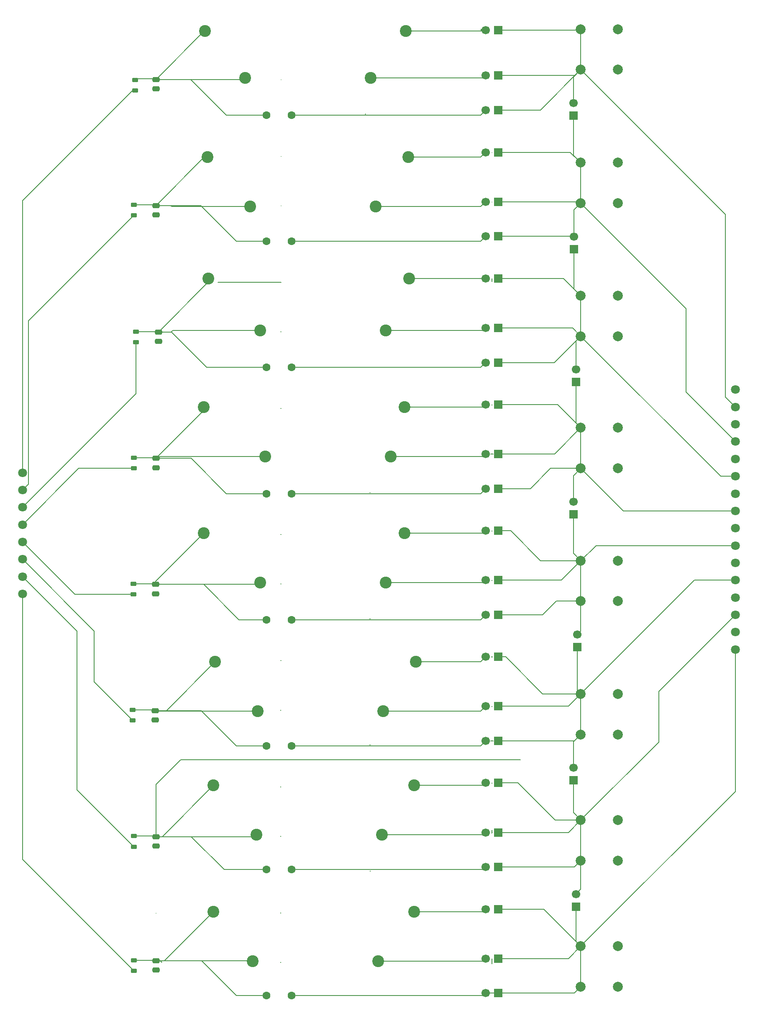
<source format=gbr>
%TF.GenerationSoftware,KiCad,Pcbnew,9.0.5*%
%TF.CreationDate,2025-11-16T19:12:02-08:00*%
%TF.ProjectId,measurementcircuit,6d656173-7572-4656-9d65-6e7463697263,rev?*%
%TF.SameCoordinates,Original*%
%TF.FileFunction,Copper,L1,Top*%
%TF.FilePolarity,Positive*%
%FSLAX46Y46*%
G04 Gerber Fmt 4.6, Leading zero omitted, Abs format (unit mm)*
G04 Created by KiCad (PCBNEW 9.0.5) date 2025-11-16 19:12:02*
%MOMM*%
%LPD*%
G01*
G04 APERTURE LIST*
G04 Aperture macros list*
%AMRoundRect*
0 Rectangle with rounded corners*
0 $1 Rounding radius*
0 $2 $3 $4 $5 $6 $7 $8 $9 X,Y pos of 4 corners*
0 Add a 4 corners polygon primitive as box body*
4,1,4,$2,$3,$4,$5,$6,$7,$8,$9,$2,$3,0*
0 Add four circle primitives for the rounded corners*
1,1,$1+$1,$2,$3*
1,1,$1+$1,$4,$5*
1,1,$1+$1,$6,$7*
1,1,$1+$1,$8,$9*
0 Add four rect primitives between the rounded corners*
20,1,$1+$1,$2,$3,$4,$5,0*
20,1,$1+$1,$4,$5,$6,$7,0*
20,1,$1+$1,$6,$7,$8,$9,0*
20,1,$1+$1,$8,$9,$2,$3,0*%
G04 Aperture macros list end*
%TA.AperFunction,SMDPad,CuDef*%
%ADD10RoundRect,0.218750X-0.381250X0.218750X-0.381250X-0.218750X0.381250X-0.218750X0.381250X0.218750X0*%
%TD*%
%TA.AperFunction,SMDPad,CuDef*%
%ADD11RoundRect,0.250000X-0.475000X0.250000X-0.475000X-0.250000X0.475000X-0.250000X0.475000X0.250000X0*%
%TD*%
%TA.AperFunction,ComponentPad*%
%ADD12C,1.700000*%
%TD*%
%TA.AperFunction,ComponentPad*%
%ADD13R,1.700000X1.700000*%
%TD*%
%TA.AperFunction,SMDPad,CuDef*%
%ADD14RoundRect,0.218750X0.381250X-0.218750X0.381250X0.218750X-0.381250X0.218750X-0.381250X-0.218750X0*%
%TD*%
%TA.AperFunction,ComponentPad*%
%ADD15C,2.400000*%
%TD*%
%TA.AperFunction,ComponentPad*%
%ADD16C,2.000000*%
%TD*%
%TA.AperFunction,ComponentPad*%
%ADD17C,1.600000*%
%TD*%
%TA.AperFunction,ComponentPad*%
%ADD18C,1.800000*%
%TD*%
%TA.AperFunction,ViaPad*%
%ADD19C,0.600000*%
%TD*%
%TA.AperFunction,Conductor*%
%ADD20C,0.200000*%
%TD*%
G04 APERTURE END LIST*
D10*
%TO.P,L1,1,1*%
%TO.N,Net-(J13-Pad1)*%
X-159000000Y54125000D03*
%TO.P,L1,2,2*%
%TO.N,Net-(C2-Pad1)*%
X-159000000Y52000000D03*
%TD*%
D11*
%TO.P,C2,1*%
%TO.N,Net-(C2-Pad1)*%
X-154789999Y54235261D03*
%TO.P,C2,2*%
%TO.N,GND*%
X-154789999Y52335261D03*
%TD*%
D12*
%TO.P,J21,2,Pin_2*%
%TO.N,Net-(J21-Pin_2)*%
X-88040000Y48000000D03*
D13*
%TO.P,J21,1,Pin_1*%
%TO.N,Net-(J1-Pin_1)*%
X-85500000Y48000000D03*
%TD*%
%TO.P,J30,1,Pin_1*%
%TO.N,Net-(J10-Pin_1)*%
X-85500000Y-28500000D03*
D12*
%TO.P,J30,2,Pin_2*%
%TO.N,Net-(J30-Pin_2)*%
X-88040000Y-28500000D03*
%TD*%
D11*
%TO.P,C3,1*%
%TO.N,Net-(C3-Pad1)*%
X-154289999Y3135261D03*
%TO.P,C3,2*%
%TO.N,GND*%
X-154289999Y1235261D03*
%TD*%
D13*
%TO.P,J22,1,Pin_1*%
%TO.N,Net-(J22-Pin_1)*%
X-85500000Y39500000D03*
D12*
%TO.P,J22,2,Pin_2*%
%TO.N,Net-(J22-Pin_2)*%
X-88040000Y39500000D03*
%TD*%
D11*
%TO.P,C5,1*%
%TO.N,Net-(C5-Pad1)*%
X-154836700Y-47860106D03*
%TO.P,C5,2*%
%TO.N,GND*%
X-154836700Y-49760106D03*
%TD*%
D13*
%TO.P,J33,1,Pin_1*%
%TO.N,Net-(J11-Pin_1)*%
X-85500000Y-54000000D03*
D12*
%TO.P,J33,2,Pin_2*%
%TO.N,Net-(J33-Pin_2)*%
X-88040000Y-54000000D03*
%TD*%
D14*
%TO.P,L8,1,1*%
%TO.N,Net-(J13-Pad8)*%
X-159266407Y-125951955D03*
%TO.P,L8,2,2*%
%TO.N,Net-(C8-Pad1)*%
X-159266407Y-123826955D03*
%TD*%
D13*
%TO.P,J16,1,Pin_1*%
%TO.N,Net-(J16-Pin_1)*%
X-69784999Y-112990000D03*
D12*
%TO.P,J16,2,Pin_2*%
%TO.N,Net-(J15-Pin_1)*%
X-69784999Y-110450000D03*
%TD*%
D14*
%TO.P,L7,1,1*%
%TO.N,Net-(J13-Pad7)*%
X-159289999Y-100877239D03*
%TO.P,L7,2,2*%
%TO.N,Net-(C7-Pad1)*%
X-159289999Y-98752239D03*
%TD*%
D15*
%TO.P,R14,1*%
%TO.N,Net-(J32-Pin_2)*%
X-108300000Y-47500000D03*
%TO.P,R14,2*%
%TO.N,Net-(C5-Pad1)*%
X-133700000Y-47500000D03*
%TD*%
D13*
%TO.P,J35,1,Pin_1*%
%TO.N,Net-(J12-Pin_1)*%
X-85500000Y-72500000D03*
D12*
%TO.P,J35,2,Pin_2*%
%TO.N,Net-(J35-Pin_2)*%
X-88040000Y-72500000D03*
%TD*%
D16*
%TO.P,J7,1,1_1*%
%TO.N,Net-(J11-Pin_1)*%
X-68789999Y-43057961D03*
%TO.P,J7,2,1_2*%
X-68789999Y-51257960D03*
%TO.P,J7,3,2_1*%
%TO.N,GND*%
X-61289999Y-43057961D03*
%TO.P,J7,4,2_2*%
X-61289999Y-51257960D03*
%TD*%
D13*
%TO.P,J42,1,Pin_1*%
%TO.N,Net-(J16-Pin_1)*%
X-85500000Y-130500000D03*
D12*
%TO.P,J42,2,Pin_2*%
%TO.N,Net-(J42-Pin_2)*%
X-88040000Y-130500000D03*
%TD*%
D13*
%TO.P,J9,1,Pin_1*%
%TO.N,Net-(J10-Pin_2)*%
X-70154999Y19907761D03*
D12*
%TO.P,J9,2,Pin_2*%
%TO.N,Net-(J22-Pin_1)*%
X-70154999Y22447761D03*
%TD*%
D15*
%TO.P,R19,1*%
%TO.N,Net-(J37-Pin_2)*%
X-102500000Y-88500000D03*
%TO.P,R19,2*%
%TO.N,Net-(C7-Pad1)*%
X-143140000Y-88500000D03*
%TD*%
D13*
%TO.P,J1,1,Pin_1*%
%TO.N,Net-(J1-Pin_1)*%
X-85500000Y64222761D03*
D12*
%TO.P,J1,2,Pin_2*%
%TO.N,Net-(J1-Pin_2)*%
X-88040000Y64222761D03*
%TD*%
D11*
%TO.P,C4,1*%
%TO.N,Net-(J10-Pin_1)*%
X-154789999Y-22364739D03*
%TO.P,C4,2*%
%TO.N,GND*%
X-154789999Y-24264739D03*
%TD*%
D15*
%TO.P,R22,1*%
%TO.N,Net-(J40-Pin_2)*%
X-102500000Y-114000000D03*
%TO.P,R22,2*%
%TO.N,Net-(C8-Pad1)*%
X-143140000Y-114000000D03*
%TD*%
D17*
%TO.P,R9,1*%
%TO.N,Net-(J27-Pin_2)*%
X-127335651Y-4000000D03*
%TO.P,R9,2*%
%TO.N,Net-(C3-Pad1)*%
X-132415651Y-4000000D03*
%TD*%
D14*
%TO.P,L5,1,1*%
%TO.N,Net-(J13-Pad5)*%
X-159336700Y-49872606D03*
%TO.P,L5,2,2*%
%TO.N,Net-(C5-Pad1)*%
X-159336700Y-47747606D03*
%TD*%
D15*
%TO.P,R1,1*%
%TO.N,Net-(J1-Pin_2)*%
X-104180000Y64000000D03*
%TO.P,R1,2*%
%TO.N,Net-(C2-Pad1)*%
X-144820000Y64000000D03*
%TD*%
D13*
%TO.P,J25,1,Pin_1*%
%TO.N,Net-(J10-Pin_2)*%
X-85500000Y14000000D03*
D12*
%TO.P,J25,2,Pin_2*%
%TO.N,Net-(J25-Pin_2)*%
X-88040000Y14000000D03*
%TD*%
D15*
%TO.P,R5,1*%
%TO.N,Net-(J23-Pin_2)*%
X-110300000Y28500000D03*
%TO.P,R5,2*%
%TO.N,Net-(J22-Pin_1)*%
X-135700000Y28500000D03*
%TD*%
D13*
%TO.P,J27,1,Pin_1*%
%TO.N,Net-(J10-Pin_2)*%
X-85500000Y-3000000D03*
D12*
%TO.P,J27,2,Pin_2*%
%TO.N,Net-(J27-Pin_2)*%
X-88040000Y-3000000D03*
%TD*%
D13*
%TO.P,J26,1,Pin_1*%
%TO.N,Net-(J10-Pin_2)*%
X-85500000Y4000000D03*
D12*
%TO.P,J26,2,Pin_2*%
%TO.N,Net-(J26-Pin_2)*%
X-88040000Y4000000D03*
%TD*%
D17*
%TO.P,R18,1*%
%TO.N,Net-(J36-Pin_2)*%
X-127335651Y-80500000D03*
%TO.P,R18,2*%
%TO.N,Net-(C6-Pad1)*%
X-132415651Y-80500000D03*
%TD*%
D11*
%TO.P,C1,1*%
%TO.N,Net-(J22-Pin_1)*%
X-154789999Y28735261D03*
%TO.P,C1,2*%
%TO.N,GND*%
X-154789999Y26835261D03*
%TD*%
D15*
%TO.P,R17,1*%
%TO.N,Net-(J35-Pin_2)*%
X-108800000Y-73500000D03*
%TO.P,R17,2*%
%TO.N,Net-(C6-Pad1)*%
X-134200000Y-73500000D03*
%TD*%
D13*
%TO.P,J28,1,Pin_1*%
%TO.N,Net-(J10-Pin_1)*%
X-85500000Y-11500000D03*
D12*
%TO.P,J28,2,Pin_2*%
%TO.N,Net-(J28-Pin_2)*%
X-88040000Y-11500000D03*
%TD*%
D16*
%TO.P,J18,1,1_1*%
%TO.N,Net-(J12-Pin_1)*%
X-68789999Y-69993882D03*
%TO.P,J18,2,1_2*%
X-68789999Y-78193881D03*
%TO.P,J18,3,2_1*%
%TO.N,GND*%
X-61289999Y-69993882D03*
%TO.P,J18,4,2_2*%
X-61289999Y-78193881D03*
%TD*%
D13*
%TO.P,J12,1,Pin_1*%
%TO.N,Net-(J12-Pin_1)*%
X-69500000Y-60540000D03*
D12*
%TO.P,J12,2,Pin_2*%
%TO.N,Net-(J11-Pin_1)*%
X-69500000Y-58000000D03*
%TD*%
D17*
%TO.P,R21,1*%
%TO.N,Net-(J39-Pin_2)*%
X-127335651Y-105500000D03*
%TO.P,R21,2*%
%TO.N,Net-(C7-Pad1)*%
X-132415651Y-105500000D03*
%TD*%
D15*
%TO.P,R2,1*%
%TO.N,Net-(J2-Pin_2)*%
X-111300000Y54500000D03*
%TO.P,R2,2*%
%TO.N,Net-(C2-Pad1)*%
X-136700000Y54500000D03*
%TD*%
D17*
%TO.P,R6,1*%
%TO.N,Net-(J24-Pin_2)*%
X-127335651Y21500000D03*
%TO.P,R6,2*%
%TO.N,Net-(J22-Pin_1)*%
X-132415651Y21500000D03*
%TD*%
D15*
%TO.P,R23,1*%
%TO.N,Net-(J41-Pin_2)*%
X-109800000Y-124000000D03*
%TO.P,R23,2*%
%TO.N,Net-(C8-Pad1)*%
X-135200000Y-124000000D03*
%TD*%
D13*
%TO.P,J15,1,Pin_1*%
%TO.N,Net-(J15-Pin_1)*%
X-70284999Y-87475921D03*
D12*
%TO.P,J15,2,Pin_2*%
%TO.N,Net-(J12-Pin_1)*%
X-70284999Y-84935921D03*
%TD*%
D13*
%TO.P,J2,1,Pin_1*%
%TO.N,Net-(J1-Pin_1)*%
X-85500000Y55000000D03*
D12*
%TO.P,J2,2,Pin_2*%
%TO.N,Net-(J2-Pin_2)*%
X-88040000Y55000000D03*
%TD*%
D13*
%TO.P,J10,1,Pin_1*%
%TO.N,Net-(J10-Pin_1)*%
X-69789999Y-6948160D03*
D12*
%TO.P,J10,2,Pin_2*%
%TO.N,Net-(J10-Pin_2)*%
X-69789999Y-4408160D03*
%TD*%
D17*
%TO.P,R24,1*%
%TO.N,Net-(J42-Pin_2)*%
X-127335651Y-131000000D03*
%TO.P,R24,2*%
%TO.N,Net-(C8-Pad1)*%
X-132415651Y-131000000D03*
%TD*%
%TO.P,R15,1*%
%TO.N,Net-(J33-Pin_2)*%
X-127335651Y-55000000D03*
%TO.P,R15,2*%
%TO.N,Net-(C5-Pad1)*%
X-132415651Y-55000000D03*
%TD*%
D13*
%TO.P,J32,1,Pin_1*%
%TO.N,Net-(J11-Pin_1)*%
X-85500000Y-47000000D03*
D12*
%TO.P,J32,2,Pin_2*%
%TO.N,Net-(J32-Pin_2)*%
X-88040000Y-47000000D03*
%TD*%
D15*
%TO.P,R10,1*%
%TO.N,Net-(J28-Pin_2)*%
X-104500000Y-12000000D03*
%TO.P,R10,2*%
%TO.N,Net-(J10-Pin_1)*%
X-145140000Y-12000000D03*
%TD*%
D13*
%TO.P,J11,1,Pin_1*%
%TO.N,Net-(J11-Pin_1)*%
X-70289999Y-33674080D03*
D12*
%TO.P,J11,2,Pin_2*%
%TO.N,Net-(J10-Pin_1)*%
X-70289999Y-31134080D03*
%TD*%
D13*
%TO.P,J8,1,Pin_1*%
%TO.N,Net-(J22-Pin_1)*%
X-70289999Y46903681D03*
D12*
%TO.P,J8,2,Pin_2*%
%TO.N,Net-(J1-Pin_1)*%
X-70289999Y49443681D03*
%TD*%
D11*
%TO.P,C6,1*%
%TO.N,Net-(C6-Pad1)*%
X-154965165Y-73359877D03*
%TO.P,C6,2*%
%TO.N,GND*%
X-154965165Y-75259877D03*
%TD*%
D13*
%TO.P,J39,1,Pin_1*%
%TO.N,Net-(J15-Pin_1)*%
X-85500000Y-105000000D03*
D12*
%TO.P,J39,2,Pin_2*%
%TO.N,Net-(J39-Pin_2)*%
X-88040000Y-105000000D03*
%TD*%
D15*
%TO.P,R7,1*%
%TO.N,Net-(J25-Pin_2)*%
X-103500000Y14000000D03*
%TO.P,R7,2*%
%TO.N,Net-(C3-Pad1)*%
X-144140000Y14000000D03*
%TD*%
D16*
%TO.P,J3,1,1_1*%
%TO.N,Net-(J1-Pin_1)*%
X-68789999Y64385720D03*
%TO.P,J3,2,1_2*%
X-68789999Y56185721D03*
%TO.P,J3,3,2_1*%
%TO.N,GND*%
X-61289999Y64385720D03*
%TO.P,J3,4,2_2*%
X-61289999Y56185721D03*
%TD*%
D14*
%TO.P,L3,1,1*%
%TO.N,Net-(J13-Pad3)*%
X-158789999Y1122761D03*
%TO.P,L3,2,2*%
%TO.N,Net-(C3-Pad1)*%
X-158789999Y3247761D03*
%TD*%
D15*
%TO.P,R20,1*%
%TO.N,Net-(J38-Pin_2)*%
X-109000000Y-98500000D03*
%TO.P,R20,2*%
%TO.N,Net-(C7-Pad1)*%
X-134400000Y-98500000D03*
%TD*%
D16*
%TO.P,J5,1,1_1*%
%TO.N,Net-(J10-Pin_2)*%
X-68789999Y10533879D03*
%TO.P,J5,2,1_2*%
X-68789999Y2333880D03*
%TO.P,J5,3,2_1*%
%TO.N,GND*%
X-61289999Y10533879D03*
%TO.P,J5,4,2_2*%
X-61289999Y2333880D03*
%TD*%
%TO.P,J6,1,1_1*%
%TO.N,Net-(J10-Pin_1)*%
X-68789999Y-16192041D03*
%TO.P,J6,2,1_2*%
X-68789999Y-24392040D03*
%TO.P,J6,3,2_1*%
%TO.N,GND*%
X-61289999Y-16192041D03*
%TO.P,J6,4,2_2*%
X-61289999Y-24392040D03*
%TD*%
D13*
%TO.P,J23,1,Pin_1*%
%TO.N,Net-(J22-Pin_1)*%
X-85500000Y29500000D03*
D12*
%TO.P,J23,2,Pin_2*%
%TO.N,Net-(J23-Pin_2)*%
X-88040000Y29500000D03*
%TD*%
D13*
%TO.P,J40,1,Pin_1*%
%TO.N,Net-(J16-Pin_1)*%
X-85500000Y-113500000D03*
D12*
%TO.P,J40,2,Pin_2*%
%TO.N,Net-(J40-Pin_2)*%
X-88040000Y-113500000D03*
%TD*%
D13*
%TO.P,J36,1,Pin_1*%
%TO.N,Net-(J12-Pin_1)*%
X-85500000Y-79500000D03*
D12*
%TO.P,J36,2,Pin_2*%
%TO.N,Net-(J36-Pin_2)*%
X-88040000Y-79500000D03*
%TD*%
D16*
%TO.P,J19,1,1_1*%
%TO.N,Net-(J15-Pin_1)*%
X-68789999Y-95507961D03*
%TO.P,J19,2,1_2*%
X-68789999Y-103707960D03*
%TO.P,J19,3,2_1*%
%TO.N,GND*%
X-61289999Y-95507961D03*
%TO.P,J19,4,2_2*%
X-61289999Y-103707960D03*
%TD*%
D11*
%TO.P,C8,1*%
%TO.N,Net-(C8-Pad1)*%
X-154766407Y-123939455D03*
%TO.P,C8,2*%
%TO.N,GND*%
X-154766407Y-125839455D03*
%TD*%
D17*
%TO.P,R12,1*%
%TO.N,Net-(J30-Pin_2)*%
X-127335651Y-29500000D03*
%TO.P,R12,2*%
%TO.N,Net-(J10-Pin_1)*%
X-132415651Y-29500000D03*
%TD*%
D14*
%TO.P,L4,1,1*%
%TO.N,Net-(J13-Pad4)*%
X-159289999Y-24377239D03*
%TO.P,L4,2,2*%
%TO.N,Net-(J10-Pin_1)*%
X-159289999Y-22252239D03*
%TD*%
D15*
%TO.P,R4,1*%
%TO.N,Net-(J22-Pin_2)*%
X-103680000Y38500000D03*
%TO.P,R4,2*%
%TO.N,Net-(J22-Pin_1)*%
X-144320000Y38500000D03*
%TD*%
D18*
%TO.P,J13,1,1*%
%TO.N,Net-(J13-Pad1)*%
X-181789999Y-25277238D03*
%TO.P,J13,2,2*%
%TO.N,Net-(J13-Pad2)*%
X-181789999Y-28777238D03*
%TO.P,J13,3,3*%
%TO.N,Net-(J13-Pad3)*%
X-181789999Y-32277239D03*
%TO.P,J13,4,4*%
%TO.N,Net-(J13-Pad4)*%
X-181789999Y-35777240D03*
%TO.P,J13,5,5*%
%TO.N,Net-(J13-Pad5)*%
X-181789999Y-39277240D03*
%TO.P,J13,6,6*%
%TO.N,Net-(J13-Pad6)*%
X-181789999Y-42777241D03*
%TO.P,J13,7,7*%
%TO.N,Net-(J13-Pad7)*%
X-181789999Y-46277241D03*
%TO.P,J13,8,8*%
%TO.N,Net-(J13-Pad8)*%
X-181789999Y-49777242D03*
%TD*%
D17*
%TO.P,R3,1*%
%TO.N,Net-(J21-Pin_2)*%
X-127335651Y47000000D03*
%TO.P,R3,2*%
%TO.N,Net-(C2-Pad1)*%
X-132415651Y47000000D03*
%TD*%
D13*
%TO.P,J31,1,Pin_1*%
%TO.N,Net-(J11-Pin_1)*%
X-85500000Y-37000000D03*
D12*
%TO.P,J31,2,Pin_2*%
%TO.N,Net-(J31-Pin_2)*%
X-88040000Y-37000000D03*
%TD*%
D15*
%TO.P,R16,1*%
%TO.N,Net-(J34-Pin_2)*%
X-102180000Y-63500000D03*
%TO.P,R16,2*%
%TO.N,Net-(C6-Pad1)*%
X-142820000Y-63500000D03*
%TD*%
D13*
%TO.P,J41,1,Pin_1*%
%TO.N,Net-(J16-Pin_1)*%
X-85500000Y-123500000D03*
D12*
%TO.P,J41,2,Pin_2*%
%TO.N,Net-(J41-Pin_2)*%
X-88040000Y-123500000D03*
%TD*%
D13*
%TO.P,J34,1,Pin_1*%
%TO.N,Net-(J12-Pin_1)*%
X-85500000Y-62500000D03*
D12*
%TO.P,J34,2,Pin_2*%
%TO.N,Net-(J34-Pin_2)*%
X-88040000Y-62500000D03*
%TD*%
D15*
%TO.P,R8,1*%
%TO.N,Net-(J26-Pin_2)*%
X-108300000Y3500000D03*
%TO.P,R8,2*%
%TO.N,Net-(C3-Pad1)*%
X-133700000Y3500000D03*
%TD*%
D14*
%TO.P,L2,1,1*%
%TO.N,Net-(J13-Pad2)*%
X-159289999Y26722761D03*
%TO.P,L2,2,2*%
%TO.N,Net-(J22-Pin_1)*%
X-159289999Y28847761D03*
%TD*%
D16*
%TO.P,J20,1,1_1*%
%TO.N,Net-(J16-Pin_1)*%
X-68789999Y-121022040D03*
%TO.P,J20,2,1_2*%
X-68789999Y-129222039D03*
%TO.P,J20,3,2_1*%
%TO.N,GND*%
X-61289999Y-121022040D03*
%TO.P,J20,4,2_2*%
X-61289999Y-129222039D03*
%TD*%
D13*
%TO.P,J24,1,Pin_1*%
%TO.N,Net-(J22-Pin_1)*%
X-85500000Y22500000D03*
D12*
%TO.P,J24,2,Pin_2*%
%TO.N,Net-(J24-Pin_2)*%
X-88040000Y22500000D03*
%TD*%
D14*
%TO.P,L6,1,1*%
%TO.N,Net-(J13-Pad6)*%
X-159465165Y-75372377D03*
%TO.P,L6,2,2*%
%TO.N,Net-(C6-Pad1)*%
X-159465165Y-73247377D03*
%TD*%
D15*
%TO.P,R11,1*%
%TO.N,Net-(J29-Pin_2)*%
X-107300000Y-22000000D03*
%TO.P,R11,2*%
%TO.N,Net-(J10-Pin_1)*%
X-132700000Y-22000000D03*
%TD*%
D13*
%TO.P,J29,1,Pin_1*%
%TO.N,Net-(J10-Pin_1)*%
X-85500000Y-21500000D03*
D12*
%TO.P,J29,2,Pin_2*%
%TO.N,Net-(J29-Pin_2)*%
X-88040000Y-21500000D03*
%TD*%
D13*
%TO.P,J38,1,Pin_1*%
%TO.N,Net-(J15-Pin_1)*%
X-85500000Y-98000000D03*
D12*
%TO.P,J38,2,Pin_2*%
%TO.N,Net-(J38-Pin_2)*%
X-88040000Y-98000000D03*
%TD*%
D13*
%TO.P,J37,1,Pin_1*%
%TO.N,Net-(J15-Pin_1)*%
X-85500000Y-88000000D03*
D12*
%TO.P,J37,2,Pin_2*%
%TO.N,Net-(J37-Pin_2)*%
X-88040000Y-88000000D03*
%TD*%
D16*
%TO.P,J4,1,1_1*%
%TO.N,Net-(J22-Pin_1)*%
X-68789999Y37389800D03*
%TO.P,J4,2,1_2*%
X-68789999Y29189801D03*
%TO.P,J4,3,2_1*%
%TO.N,GND*%
X-61289999Y37389800D03*
%TO.P,J4,4,2_2*%
X-61289999Y29189801D03*
%TD*%
D11*
%TO.P,C7,1*%
%TO.N,Net-(C7-Pad1)*%
X-154789999Y-98864739D03*
%TO.P,C7,2*%
%TO.N,GND*%
X-154789999Y-100764739D03*
%TD*%
D15*
%TO.P,R13,1*%
%TO.N,Net-(J31-Pin_2)*%
X-104500000Y-37500000D03*
%TO.P,R13,2*%
%TO.N,Net-(C5-Pad1)*%
X-145140000Y-37500000D03*
%TD*%
D18*
%TO.P,J17,1,1*%
%TO.N,Net-(C2-Pad1)*%
X-37500000Y-8499991D03*
%TO.P,J17,2,2*%
%TO.N,Net-(J1-Pin_1)*%
X-37500000Y-11999999D03*
%TO.P,J17,3,3*%
%TO.N,Net-(J22-Pin_1)*%
X-37500000Y-15500000D03*
%TO.P,J17,4,4*%
X-37500000Y-19000001D03*
%TO.P,J17,5,5*%
%TO.N,Net-(C3-Pad1)*%
X-37500000Y-22500001D03*
%TO.P,J17,6,6*%
%TO.N,Net-(J10-Pin_2)*%
X-37500000Y-26000002D03*
%TO.P,J17,7,7*%
%TO.N,Net-(J10-Pin_1)*%
X-37500000Y-29500003D03*
%TO.P,J17,8,8*%
X-37500000Y-33000003D03*
%TO.P,J17,9,9*%
%TO.N,Net-(C5-Pad1)*%
X-37500000Y-36500004D03*
%TO.P,J17,10,10*%
%TO.N,Net-(J11-Pin_1)*%
X-37500000Y-40000004D03*
%TO.P,J17,11,11*%
%TO.N,Net-(C6-Pad1)*%
X-37500000Y-43500005D03*
%TO.P,J17,12,12*%
%TO.N,Net-(J12-Pin_1)*%
X-37500000Y-47000006D03*
%TO.P,J17,13,13*%
%TO.N,Net-(C7-Pad1)*%
X-37500000Y-50500006D03*
%TO.P,J17,14,14*%
%TO.N,Net-(J15-Pin_1)*%
X-37500000Y-54000007D03*
%TO.P,J17,15,15*%
%TO.N,Net-(C8-Pad1)*%
X-37500000Y-57500007D03*
%TO.P,J17,16,16*%
%TO.N,Net-(J16-Pin_1)*%
X-37500000Y-61000008D03*
%TD*%
D19*
%TO.N,GND*%
X-154766407Y-125839455D03*
X-154789999Y-100764739D03*
X-154965165Y-75259877D03*
X-154836700Y-49760106D03*
X-154789999Y-24264739D03*
X-154289999Y1235261D03*
X-154789999Y26835261D03*
X-154789999Y52335261D03*
X-61289999Y10533879D03*
X-61289999Y29189801D03*
X-61289999Y37389800D03*
X-61289999Y56185721D03*
X-61289999Y2333880D03*
X-61289999Y-16192041D03*
X-61289999Y-24392040D03*
X-61289999Y-43057961D03*
X-61289999Y-51257960D03*
X-61289999Y-129222039D03*
X-61289999Y-121022040D03*
X-61289999Y-95507961D03*
X-61289999Y-103707960D03*
X-61289999Y-78193881D03*
X-61289999Y-69993882D03*
%TO.N,Net-(J1-Pin_2)*%
X-88789999Y64222761D03*
%TO.N,GND*%
X-61289999Y64385720D03*
%TD*%
D20*
%TO.N,Net-(J16-Pin_1)*%
X-37500000Y-61000008D02*
X-37500000Y-89732041D01*
X-37500000Y-89732041D02*
X-68789999Y-121022040D01*
%TO.N,Net-(J15-Pin_1)*%
X-37500000Y-54000007D02*
X-37500007Y-54000007D01*
X-53000000Y-79717962D02*
X-68789999Y-95507961D01*
X-37500007Y-54000007D02*
X-53000000Y-69500000D01*
X-53000000Y-69500000D02*
X-53000000Y-79717962D01*
%TO.N,Net-(J12-Pin_1)*%
X-37500000Y-47000006D02*
X-45796123Y-47000006D01*
X-45796123Y-47000006D02*
X-68789999Y-69993882D01*
%TO.N,Net-(J11-Pin_1)*%
X-37500000Y-40000004D02*
X-65732042Y-40000004D01*
X-65732042Y-40000004D02*
X-68789999Y-43057961D01*
%TO.N,Net-(J10-Pin_1)*%
X-37500000Y-33000003D02*
X-60182036Y-33000003D01*
X-60182036Y-33000003D02*
X-68789999Y-24392040D01*
%TO.N,Net-(J10-Pin_2)*%
X-37500000Y-26000002D02*
X-40456117Y-26000002D01*
X-40456117Y-26000002D02*
X-68789999Y2333880D01*
%TO.N,Net-(J22-Pin_1)*%
X-47500000Y-9000001D02*
X-47500000Y7899802D01*
X-47500000Y7899802D02*
X-68789999Y29189801D01*
X-68789999Y37389800D02*
X-68789999Y29189801D01*
X-37500000Y-19000001D02*
X-47500000Y-9000001D01*
%TO.N,Net-(J34-Pin_2)*%
X-102180000Y-63500000D02*
X-89040000Y-63500000D01*
X-89040000Y-63500000D02*
X-88040000Y-62500000D01*
%TO.N,Net-(J35-Pin_2)*%
X-108800000Y-73500000D02*
X-89040000Y-73500000D01*
X-89040000Y-73500000D02*
X-88040000Y-72500000D01*
%TO.N,Net-(J36-Pin_2)*%
X-127335651Y-80500000D02*
X-89040000Y-80500000D01*
X-89040000Y-80500000D02*
X-88040000Y-79500000D01*
%TO.N,Net-(J16-Pin_1)*%
X-85500000Y-130500000D02*
X-70067960Y-130500000D01*
X-70067960Y-130500000D02*
X-68789999Y-129222039D01*
X-85500000Y-123500000D02*
X-71267959Y-123500000D01*
X-71267959Y-123500000D02*
X-68789999Y-121022040D01*
X-85500000Y-113500000D02*
X-76312039Y-113500000D01*
X-76312039Y-113500000D02*
X-68789999Y-121022040D01*
%TO.N,Net-(J15-Pin_1)*%
X-85500000Y-105000000D02*
X-70082039Y-105000000D01*
X-70082039Y-105000000D02*
X-68789999Y-103707960D01*
X-85500000Y-98000000D02*
X-71282038Y-98000000D01*
X-71282038Y-98000000D02*
X-68789999Y-95507961D01*
X-85500000Y-88000000D02*
X-81500000Y-88000000D01*
X-73992039Y-95507961D02*
X-68789999Y-95507961D01*
X-81500000Y-88000000D02*
X-73992039Y-95507961D01*
%TO.N,Net-(J12-Pin_1)*%
X-85500000Y-79500000D02*
X-70096118Y-79500000D01*
X-70096118Y-79500000D02*
X-68789999Y-78193881D01*
X-85500000Y-72500000D02*
X-71296117Y-72500000D01*
X-71296117Y-72500000D02*
X-68789999Y-69993882D01*
X-85500000Y-62500000D02*
X-84000000Y-62500000D01*
X-84000000Y-62500000D02*
X-76506118Y-69993882D01*
X-76506118Y-69993882D02*
X-68789999Y-69993882D01*
%TO.N,Net-(J11-Pin_1)*%
X-85500000Y-54000000D02*
X-76500000Y-54000000D01*
X-76500000Y-54000000D02*
X-73757960Y-51257960D01*
X-73757960Y-51257960D02*
X-68789999Y-51257960D01*
X-85500000Y-47000000D02*
X-72732038Y-47000000D01*
X-72732038Y-47000000D02*
X-68789999Y-43057961D01*
X-85500000Y-37000000D02*
X-83000000Y-37000000D01*
X-83000000Y-37000000D02*
X-76942039Y-43057961D01*
X-76942039Y-43057961D02*
X-68789999Y-43057961D01*
%TO.N,Net-(J10-Pin_1)*%
X-85500000Y-28500000D02*
X-79000000Y-28500000D01*
X-79000000Y-28500000D02*
X-74892040Y-24392040D01*
X-74892040Y-24392040D02*
X-68789999Y-24392040D01*
X-85500000Y-21500000D02*
X-74097958Y-21500000D01*
X-74097958Y-21500000D02*
X-68789999Y-16192041D01*
X-85500000Y-11500000D02*
X-73482040Y-11500000D01*
X-73482040Y-11500000D02*
X-68789999Y-16192041D01*
%TO.N,Net-(J30-Pin_2)*%
X-127335651Y-29500000D02*
X-89040000Y-29500000D01*
X-89040000Y-29500000D02*
X-88040000Y-28500000D01*
%TO.N,Net-(J29-Pin_2)*%
X-107300000Y-22000000D02*
X-88540000Y-22000000D01*
X-88540000Y-22000000D02*
X-88040000Y-21500000D01*
%TO.N,Net-(J28-Pin_2)*%
X-104500000Y-12000000D02*
X-88540000Y-12000000D01*
X-88540000Y-12000000D02*
X-88040000Y-11500000D01*
%TO.N,Net-(J31-Pin_2)*%
X-104500000Y-37500000D02*
X-88540000Y-37500000D01*
X-88540000Y-37500000D02*
X-88040000Y-37000000D01*
%TO.N,Net-(J32-Pin_2)*%
X-108300000Y-47500000D02*
X-88540000Y-47500000D01*
X-88540000Y-47500000D02*
X-88040000Y-47000000D01*
%TO.N,Net-(J33-Pin_2)*%
X-127335651Y-55000000D02*
X-89040000Y-55000000D01*
X-89040000Y-55000000D02*
X-88040000Y-54000000D01*
%TO.N,Net-(J37-Pin_2)*%
X-102500000Y-88500000D02*
X-88540000Y-88500000D01*
X-88540000Y-88500000D02*
X-88040000Y-88000000D01*
%TO.N,Net-(J38-Pin_2)*%
X-109000000Y-98500000D02*
X-88540000Y-98500000D01*
X-88540000Y-98500000D02*
X-88040000Y-98000000D01*
%TO.N,Net-(J39-Pin_2)*%
X-127335651Y-105500000D02*
X-88540000Y-105500000D01*
X-88540000Y-105500000D02*
X-88040000Y-105000000D01*
%TO.N,Net-(J42-Pin_2)*%
X-127335651Y-131000000D02*
X-88838216Y-131000000D01*
X-88838216Y-131000000D02*
X-88338216Y-130500000D01*
%TO.N,Net-(J41-Pin_2)*%
X-109800000Y-124000000D02*
X-88540000Y-124000000D01*
X-88540000Y-124000000D02*
X-88040000Y-123500000D01*
%TO.N,Net-(J40-Pin_2)*%
X-102500000Y-114000000D02*
X-88540000Y-114000000D01*
X-88540000Y-114000000D02*
X-88040000Y-113500000D01*
%TO.N,Net-(C8-Pad1)*%
X-145560545Y-123939455D02*
X-138500000Y-131000000D01*
X-154766407Y-123939455D02*
X-145560545Y-123939455D01*
X-138500000Y-131000000D02*
X-132415651Y-131000000D01*
X-154766407Y-123939455D02*
X-135260545Y-123939455D01*
X-135260545Y-123939455D02*
X-135200000Y-124000000D01*
X-154766407Y-123939455D02*
X-153079455Y-123939455D01*
X-153079455Y-123939455D02*
X-143140000Y-114000000D01*
%TO.N,Net-(C7-Pad1)*%
X-147635261Y-98864739D02*
X-141000000Y-105500000D01*
X-154789999Y-98864739D02*
X-147635261Y-98864739D01*
X-141000000Y-105500000D02*
X-132415651Y-105500000D01*
X-154789999Y-98864739D02*
X-134764739Y-98864739D01*
X-134764739Y-98864739D02*
X-134400000Y-98500000D01*
X-154789999Y-98864739D02*
X-153504739Y-98864739D01*
X-153504739Y-98864739D02*
X-143140000Y-88500000D01*
%TO.N,Net-(C6-Pad1)*%
X-145640123Y-73359877D02*
X-138500000Y-80500000D01*
X-154965165Y-73359877D02*
X-145640123Y-73359877D01*
X-138500000Y-80500000D02*
X-132415651Y-80500000D01*
X-154965165Y-73359877D02*
X-154500000Y-73359877D01*
X-154500000Y-73359877D02*
X-154359877Y-73500000D01*
X-154359877Y-73500000D02*
X-134200000Y-73500000D01*
X-154965165Y-73359877D02*
X-152679877Y-73359877D01*
X-152679877Y-73359877D02*
X-142820000Y-63500000D01*
%TO.N,Net-(C5-Pad1)*%
X-145139894Y-47860106D02*
X-138000000Y-55000000D01*
X-154836700Y-47860106D02*
X-145139894Y-47860106D01*
X-138000000Y-55000000D02*
X-132415651Y-55000000D01*
X-154836700Y-47860106D02*
X-134060106Y-47860106D01*
X-134060106Y-47860106D02*
X-133700000Y-47500000D01*
X-154836700Y-47860106D02*
X-154836700Y-47196700D01*
X-154836700Y-47196700D02*
X-145140000Y-37500000D01*
%TO.N,Net-(J10-Pin_1)*%
X-154789999Y-22364739D02*
X-147635261Y-22364739D01*
X-147635261Y-22364739D02*
X-140500000Y-29500000D01*
X-140500000Y-29500000D02*
X-132415651Y-29500000D01*
X-154789999Y-22364739D02*
X-145140000Y-12714740D01*
X-145140000Y-12714740D02*
X-145140000Y-12000000D01*
X-154789999Y-22364739D02*
X-154377499Y-22364739D01*
X-154377499Y-22364739D02*
X-154012760Y-22000000D01*
X-154012760Y-22000000D02*
X-132700000Y-22000000D01*
%TO.N,Net-(J10-Pin_2)*%
X-85500000Y-3000000D02*
X-74123879Y-3000000D01*
X-74123879Y-3000000D02*
X-68789999Y2333880D01*
X-85500000Y4000000D02*
X-70456119Y4000000D01*
X-70456119Y4000000D02*
X-68789999Y2333880D01*
X-85500000Y14000000D02*
X-72256120Y14000000D01*
X-72256120Y14000000D02*
X-68789999Y10533879D01*
%TO.N,Net-(J27-Pin_2)*%
X-127335651Y-4000000D02*
X-89040000Y-4000000D01*
X-89040000Y-4000000D02*
X-88040000Y-3000000D01*
%TO.N,Net-(J26-Pin_2)*%
X-108300000Y3500000D02*
X-88540000Y3500000D01*
X-88540000Y3500000D02*
X-88040000Y4000000D01*
%TO.N,Net-(J25-Pin_2)*%
X-103500000Y14000000D02*
X-88040000Y14000000D01*
%TO.N,Net-(C3-Pad1)*%
X-154289999Y3135261D02*
X-151635261Y3135261D01*
X-151635261Y3135261D02*
X-144500000Y-4000000D01*
X-144500000Y-4000000D02*
X-132415651Y-4000000D01*
X-151702499Y3135261D02*
X-151337760Y3500000D01*
X-151337760Y3500000D02*
X-133700000Y3500000D01*
X-154289999Y3135261D02*
X-144140000Y13285260D01*
X-144140000Y13285260D02*
X-144140000Y14000000D01*
%TO.N,Net-(J22-Pin_1)*%
X-85500000Y22500000D02*
X-70207238Y22500000D01*
X-70207238Y22500000D02*
X-70154999Y22447761D01*
X-85500000Y29500000D02*
X-69100198Y29500000D01*
X-69100198Y29500000D02*
X-68789999Y29189801D01*
X-85500000Y39500000D02*
X-70900199Y39500000D01*
X-70900199Y39500000D02*
X-68789999Y37389800D01*
%TO.N,Net-(J24-Pin_2)*%
X-127335651Y21500000D02*
X-89040000Y21500000D01*
X-89040000Y21500000D02*
X-88040000Y22500000D01*
%TO.N,Net-(J23-Pin_2)*%
X-110300000Y28500000D02*
X-89040000Y28500000D01*
X-89040000Y28500000D02*
X-88040000Y29500000D01*
%TO.N,Net-(J22-Pin_2)*%
X-103680000Y38500000D02*
X-89040000Y38500000D01*
X-89040000Y38500000D02*
X-88040000Y39500000D01*
%TO.N,Net-(J22-Pin_1)*%
X-154789999Y28735261D02*
X-145735261Y28735261D01*
X-138500000Y21500000D02*
X-132415651Y21500000D01*
X-145735261Y28735261D02*
X-138500000Y21500000D01*
X-154789999Y28735261D02*
X-145025260Y38500000D01*
X-145025260Y38500000D02*
X-144320000Y38500000D01*
X-151802499Y28735261D02*
X-151567238Y28500000D01*
X-151567238Y28500000D02*
X-135700000Y28500000D01*
%TO.N,Net-(J1-Pin_1)*%
X-37500000Y-11999999D02*
X-39500000Y-9999999D01*
X-39500000Y-9999999D02*
X-39500000Y26895722D01*
X-68789999Y56185721D02*
X-39500000Y26895722D01*
X-85500000Y48000000D02*
X-76975720Y48000000D01*
X-76975720Y48000000D02*
X-68789999Y56185721D01*
%TO.N,Net-(J21-Pin_2)*%
X-127335651Y47000000D02*
X-89040000Y47000000D01*
X-89040000Y47000000D02*
X-88040000Y48000000D01*
%TO.N,Net-(J1-Pin_1)*%
X-85500000Y55000000D02*
X-69975720Y55000000D01*
X-69975720Y55000000D02*
X-68789999Y56185721D01*
%TO.N,Net-(J2-Pin_2)*%
X-111300000Y54500000D02*
X-88540000Y54500000D01*
X-88540000Y54500000D02*
X-88040000Y55000000D01*
%TO.N,Net-(C2-Pad1)*%
X-154789999Y54235261D02*
X-145025260Y64000000D01*
X-145025260Y64000000D02*
X-144820000Y64000000D01*
X-147735261Y54235261D02*
X-140500000Y47000000D01*
X-154789999Y54235261D02*
X-147735261Y54235261D01*
X-140500000Y47000000D02*
X-132415651Y47000000D01*
X-154789999Y54235261D02*
X-136964739Y54235261D01*
X-136964739Y54235261D02*
X-136700000Y54500000D01*
%TO.N,Net-(J1-Pin_1)*%
X-85500000Y64222761D02*
X-68952958Y64222761D01*
X-68952958Y64222761D02*
X-68789999Y64385720D01*
%TO.N,Net-(J1-Pin_2)*%
X-104180000Y64000000D02*
X-88262761Y64000000D01*
X-88262761Y64000000D02*
X-88040000Y64222761D01*
%TO.N,Net-(C2-Pad1)*%
X-154183739Y54636261D02*
X-154388999Y54636261D01*
%TO.N,Net-(J22-Pin_1)*%
X-159289999Y28847761D02*
X-154902499Y28847761D01*
X-86781250Y39500000D02*
X-86768750Y39500000D01*
X-86781250Y29512500D02*
X-86768750Y29500000D01*
X-154789999Y28735261D02*
X-151802499Y28735261D01*
X-70289999Y38889800D02*
X-68789999Y37389800D01*
X-154902499Y28847761D02*
X-154789999Y28735261D01*
X-70154999Y27824801D02*
X-70154999Y22447761D01*
X-68789999Y29189801D02*
X-70154999Y27824801D01*
X-70289999Y46903681D02*
X-70289999Y38889800D01*
%TO.N,Net-(C2-Pad1)*%
X-159289999Y54347761D02*
X-154902499Y54347761D01*
%TO.N,Net-(J1-Pin_1)*%
X-70289999Y54685721D02*
X-70289999Y49443681D01*
X-68789999Y64385720D02*
X-68789999Y56185721D01*
%TO.N,Net-(C2-Pad1)*%
X-154902499Y54347761D02*
X-154789999Y54235261D01*
%TO.N,Net-(J1-Pin_1)*%
X-85735000Y55460000D02*
X-85775000Y55500000D01*
X-85735000Y55000000D02*
X-85735000Y55460000D01*
X-68789999Y56185721D02*
X-70289999Y54685721D01*
X-85722500Y54987500D02*
X-85735000Y55000000D01*
%TO.N,Net-(C7-Pad1)*%
X-159289999Y-98752239D02*
X-154902499Y-98752239D01*
%TO.N,Net-(J15-Pin_1)*%
X-70284999Y-87475921D02*
X-70284999Y-94012961D01*
%TO.N,Net-(C7-Pad1)*%
X-154789999Y-98864739D02*
X-154789999Y-88277239D01*
X-149789999Y-83277239D02*
X-81020721Y-83277239D01*
%TO.N,Net-(J15-Pin_1)*%
X-86818750Y-98087500D02*
X-86731250Y-98000000D01*
%TO.N,Net-(C7-Pad1)*%
X-154789999Y-88277239D02*
X-149789999Y-83277239D01*
%TO.N,Net-(J15-Pin_1)*%
X-70284999Y-94012961D02*
X-68789999Y-95507961D01*
X-86775000Y-88087500D02*
X-86775000Y-88000000D01*
X-68789999Y-95507961D02*
X-68789999Y-103707960D01*
X-86795000Y-97540000D02*
X-86755000Y-97500000D01*
X-68789999Y-103707960D02*
X-68789999Y-109455000D01*
X-86775000Y-98000000D02*
X-86775000Y-97540000D01*
%TO.N,Net-(C7-Pad1)*%
X-154902499Y-98752239D02*
X-154789999Y-98864739D01*
%TO.N,Net-(J15-Pin_1)*%
X-68789999Y-109455000D02*
X-69784999Y-110450000D01*
%TO.N,Net-(J16-Pin_1)*%
X-68789999Y-121022040D02*
X-68789999Y-129222039D01*
X-86775000Y-123500000D02*
X-86775000Y-124460000D01*
%TO.N,Net-(C8-Pad1)*%
X-159266407Y-123826955D02*
X-154878907Y-123826955D01*
X-154766407Y-123939455D02*
X-153952215Y-123939455D01*
%TO.N,Net-(J16-Pin_1)*%
X-86795000Y-124460000D02*
X-86755000Y-124500000D01*
X-69784999Y-112990000D02*
X-69784999Y-120027040D01*
%TO.N,Net-(C8-Pad1)*%
X-153952215Y-123939455D02*
X-153614431Y-124277239D01*
%TO.N,Net-(J16-Pin_1)*%
X-69784999Y-120027040D02*
X-68789999Y-121022040D01*
X-87937216Y-130500000D02*
X-85612784Y-130500000D01*
%TO.N,Net-(C8-Pad1)*%
X-154878907Y-123826955D02*
X-154766407Y-123939455D01*
X-154766407Y-114300831D02*
X-154789999Y-114277239D01*
%TO.N,Net-(J22-Pin_1)*%
X-129477825Y54222761D02*
X-129473477Y54227109D01*
%TO.N,Net-(J13-Pad6)*%
X-167289999Y-67547543D02*
X-159465165Y-75372377D01*
X-181789999Y-42777241D02*
X-167289999Y-57277241D01*
X-167289999Y-57277241D02*
X-167289999Y-67547543D01*
%TO.N,Net-(C3-Pad1)*%
X-153877499Y3135261D02*
X-153789999Y3222761D01*
X-154289999Y3135261D02*
X-153877499Y3135261D01*
%TO.N,Net-(J10-Pin_2)*%
X-69789999Y1333880D02*
X-69789999Y-4408160D01*
X-70154999Y19907761D02*
X-70154999Y11898879D01*
X-86795000Y13960000D02*
X-86755000Y14000000D01*
X-68789999Y2333880D02*
X-69789999Y1333880D01*
X-68789999Y10533879D02*
X-68789999Y2333880D01*
%TO.N,Net-(C3-Pad1)*%
X-154402499Y3247761D02*
X-154289999Y3135261D01*
X-158789999Y3247761D02*
X-154402499Y3247761D01*
X-154289999Y3135261D02*
X-151702499Y3135261D01*
%TO.N,Net-(J10-Pin_2)*%
X-70154999Y11898879D02*
X-68789999Y10533879D01*
X-86775000Y13412500D02*
X-86775000Y14000000D01*
%TO.N,Net-(J10-Pin_1)*%
X-159289999Y-22252239D02*
X-154902499Y-22252239D01*
X-68789999Y-16192041D02*
X-68789999Y-24392040D01*
X-154902499Y-22252239D02*
X-154789999Y-22364739D01*
X-68789999Y-24392040D02*
X-70289999Y-25892040D01*
X-70289999Y-25892040D02*
X-70289999Y-31134080D01*
X-69789999Y-15192041D02*
X-68789999Y-16192041D01*
X-69789999Y-6948160D02*
X-69789999Y-15192041D01*
X-86775000Y-11587500D02*
X-86775000Y-11500000D01*
%TO.N,Net-(J11-Pin_1)*%
X-86816434Y-47082867D02*
X-86733567Y-47000000D01*
X-86775000Y-37036166D02*
X-86775000Y-37000000D01*
X-68789999Y-57289999D02*
X-69500000Y-58000000D01*
X-68789999Y-43057961D02*
X-68789999Y-51257960D01*
%TO.N,Net-(C5-Pad1)*%
X-154949200Y-47747606D02*
X-154836700Y-47860106D01*
%TO.N,Net-(J11-Pin_1)*%
X-70289999Y-33674080D02*
X-70289999Y-41557961D01*
X-68789999Y-51257960D02*
X-68789999Y-57289999D01*
X-70289999Y-41557961D02*
X-68789999Y-43057961D01*
%TO.N,Net-(C5-Pad1)*%
X-159336700Y-47747606D02*
X-154949200Y-47747606D01*
%TO.N,Net-(J12-Pin_1)*%
X-70284999Y-79688881D02*
X-70284999Y-84935921D01*
X-68789999Y-69993882D02*
X-68789999Y-78193881D01*
X-69500000Y-69283881D02*
X-68789999Y-69993882D01*
X-86816319Y-72582638D02*
X-86733681Y-72500000D01*
X-86795000Y-62540000D02*
X-86755000Y-62500000D01*
X-68789999Y-78193881D02*
X-70284999Y-79688881D01*
%TO.N,Net-(C6-Pad1)*%
X-155077665Y-73247377D02*
X-154965165Y-73359877D01*
%TO.N,Net-(J12-Pin_1)*%
X-86483050Y-79500000D02*
X-87066950Y-79500000D01*
X-86821264Y-62500000D02*
X-86728736Y-62500000D01*
X-69500000Y-60540000D02*
X-69500000Y-69283881D01*
%TO.N,Net-(C6-Pad1)*%
X-159465165Y-73247377D02*
X-155077665Y-73247377D01*
%TO.N,Net-(J13-Pad8)*%
X-181789999Y-49777242D02*
X-181789999Y-103428363D01*
X-181789999Y-103428363D02*
X-159266407Y-125951955D01*
%TO.N,Net-(J13-Pad4)*%
X-181789999Y-35777240D02*
X-170389998Y-24377239D01*
X-170389998Y-24377239D02*
X-159289999Y-24377239D01*
%TO.N,Net-(J13-Pad3)*%
X-158789999Y-9277239D02*
X-158789999Y1122761D01*
X-181789999Y-32277239D02*
X-158789999Y-9277239D01*
%TO.N,Net-(J13-Pad7)*%
X-170789999Y-89377239D02*
X-159289999Y-100877239D01*
X-181789999Y-46277241D02*
X-170789999Y-57277241D01*
X-170789999Y-57277241D02*
X-170789999Y-89377239D01*
%TO.N,Net-(J13-Pad2)*%
X-181789999Y-28777238D02*
X-180588999Y-27576238D01*
X-180588999Y5423761D02*
X-159289999Y26722761D01*
X-180588999Y-27576238D02*
X-180588999Y5423761D01*
%TO.N,Net-(J13-Pad5)*%
X-171194633Y-49872606D02*
X-159336700Y-49872606D01*
X-181789999Y-39277240D02*
X-171194633Y-49872606D01*
%TO.N,Net-(J13-Pad1)*%
X-181789999Y29722761D02*
X-159289999Y52222761D01*
X-181789999Y-25277238D02*
X-181789999Y29722761D01*
%TO.N,Net-(J21-Pin_2)*%
X-112461303Y47222761D02*
X-112369999Y47131457D01*
%TO.N,Net-(J22-Pin_2)*%
X-129482173Y38722761D02*
X-129469130Y38735804D01*
%TO.N,Net-(C3-Pad1)*%
X-129484347Y28722761D02*
X-129466956Y28740152D01*
%TO.N,Net-(J25-Pin_2)*%
X-142249999Y13222761D02*
X-129456086Y13222761D01*
X-129488695Y13222761D02*
X-129462608Y13248848D01*
%TO.N,Net-(J10-Pin_1)*%
X-129490869Y3222761D02*
X-129460434Y3253196D01*
%TO.N,Net-(J28-Pin_2)*%
X-129495216Y-12277239D02*
X-129456086Y-12238109D01*
%TO.N,Net-(J29-Pin_2)*%
X-87025000Y-21500000D02*
X-86525000Y-21500000D01*
X-86796739Y-21500000D02*
X-86753261Y-21456522D01*
%TO.N,Net-(J30-Pin_2)*%
X-111482173Y-29277239D02*
X-111429999Y-29329413D01*
%TO.N,Net-(J31-Pin_2)*%
X-129501738Y-37777239D02*
X-129449564Y-37725065D01*
%TO.N,Net-(C6-Pad1)*%
X-129503912Y-47777239D02*
X-129447390Y-47720717D01*
%TO.N,Net-(J33-Pin_2)*%
X-111469129Y-54777239D02*
X-111429999Y-54816369D01*
%TO.N,Net-(J34-Pin_2)*%
X-129508260Y-63277239D02*
X-129443043Y-63212022D01*
%TO.N,Net-(C7-Pad1)*%
X-129510434Y-73277239D02*
X-129440869Y-73207674D01*
%TO.N,Net-(J36-Pin_2)*%
X-111456086Y-80277239D02*
X-111429999Y-80303326D01*
%TO.N,Net-(J37-Pin_2)*%
X-129514782Y-88777239D02*
X-129436521Y-88698978D01*
%TO.N,Net-(C8-Pad1)*%
X-129516956Y-98777239D02*
X-129434347Y-98694630D01*
%TO.N,Net-(J39-Pin_2)*%
X-111443042Y-105777239D02*
X-111429999Y-105790282D01*
%TO.N,Net-(J40-Pin_2)*%
X-129521303Y-114277239D02*
X-129429999Y-114185935D01*
%TO.N,Net-(J41-Pin_2)*%
X-129523477Y-124277239D02*
X-129427825Y-124181587D01*
%TD*%
M02*

</source>
